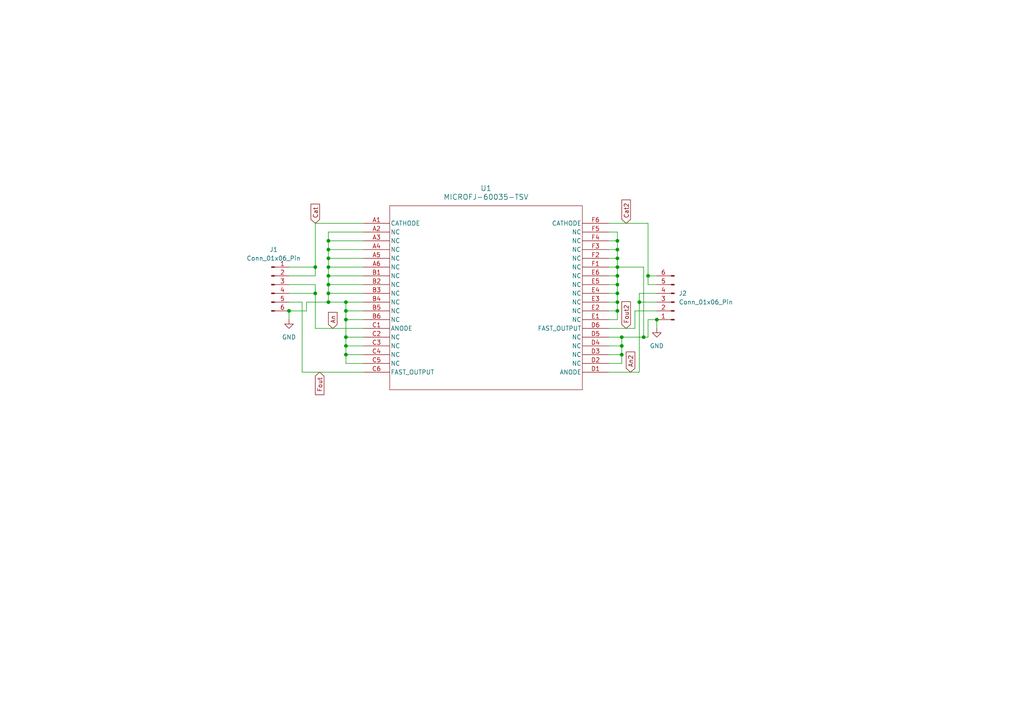
<source format=kicad_sch>
(kicad_sch (version 20230121) (generator eeschema)

  (uuid deec3aaa-df9f-4833-8f44-75293a6cc890)

  (paper "A4")

  (lib_symbols
    (symbol "0A_SiPM:MICROFJ-60035-TSV" (pin_names (offset 0.254)) (in_bom yes) (on_board yes)
      (property "Reference" "U1" (at 35.56 10.16 0)
        (effects (font (size 1.524 1.524)))
      )
      (property "Value" "MICROFJ-60035-TSV" (at 35.56 7.62 0)
        (effects (font (size 1.524 1.524)))
      )
      (property "Footprint" "0A_SiPM:MICROFJ-60035-TSV_ONS" (at 0 0 0)
        (effects (font (size 1.27 1.27) italic) hide)
      )
      (property "Datasheet" "MICROFJ-60035-TSV" (at 0 0 0)
        (effects (font (size 1.27 1.27) italic) hide)
      )
      (property "ki_keywords" "MICROFJ-60035-TSV" (at 0 0 0)
        (effects (font (size 1.27 1.27)) hide)
      )
      (property "ki_fp_filters" "MICROFJ-60035-TSV_ONS MICROFJ-60035-TSV_ONS-M MICROFJ-60035-TSV_ONS-L" (at 0 0 0)
        (effects (font (size 1.27 1.27)) hide)
      )
      (symbol "MICROFJ-60035-TSV_0_1"
        (polyline
          (pts
            (xy 7.62 -48.26)
            (xy 63.5 -48.26)
          )
          (stroke (width 0.127) (type default))
          (fill (type none))
        )
        (polyline
          (pts
            (xy 7.62 5.08)
            (xy 7.62 -48.26)
          )
          (stroke (width 0.127) (type default))
          (fill (type none))
        )
        (polyline
          (pts
            (xy 63.5 -48.26)
            (xy 63.5 5.08)
          )
          (stroke (width 0.127) (type default))
          (fill (type none))
        )
        (polyline
          (pts
            (xy 63.5 5.08)
            (xy 7.62 5.08)
          )
          (stroke (width 0.127) (type default))
          (fill (type none))
        )
        (pin output line (at 0 0 0) (length 7.62)
          (name "CATHODE" (effects (font (size 1.27 1.27))))
          (number "A1" (effects (font (size 1.27 1.27))))
        )
        (pin input line (at 0 -30.48 0) (length 7.62)
          (name "ANODE" (effects (font (size 1.27 1.27))))
          (number "C1" (effects (font (size 1.27 1.27))))
        )
        (pin output line (at 0 -43.18 0) (length 7.62)
          (name "FAST_OUTPUT" (effects (font (size 1.27 1.27))))
          (number "C6" (effects (font (size 1.27 1.27))))
        )
        (pin input line (at 71.12 -43.18 180) (length 7.62)
          (name "ANODE" (effects (font (size 1.27 1.27))))
          (number "D1" (effects (font (size 1.27 1.27))))
        )
        (pin output line (at 71.12 -30.48 180) (length 7.62)
          (name "FAST_OUTPUT" (effects (font (size 1.27 1.27))))
          (number "D6" (effects (font (size 1.27 1.27))))
        )
        (pin output line (at 71.12 0 180) (length 7.62)
          (name "CATHODE" (effects (font (size 1.27 1.27))))
          (number "F6" (effects (font (size 1.27 1.27))))
        )
      )
      (symbol "MICROFJ-60035-TSV_1_1"
        (pin bidirectional line (at 0 -2.54 0) (length 7.62)
          (name "NC" (effects (font (size 1.27 1.27))))
          (number "A2" (effects (font (size 1.27 1.27))))
        )
        (pin bidirectional line (at 0 -5.08 0) (length 7.62)
          (name "NC" (effects (font (size 1.27 1.27))))
          (number "A3" (effects (font (size 1.27 1.27))))
        )
        (pin bidirectional line (at 0 -7.62 0) (length 7.62)
          (name "NC" (effects (font (size 1.27 1.27))))
          (number "A4" (effects (font (size 1.27 1.27))))
        )
        (pin bidirectional line (at 0 -10.16 0) (length 7.62)
          (name "NC" (effects (font (size 1.27 1.27))))
          (number "A5" (effects (font (size 1.27 1.27))))
        )
        (pin bidirectional line (at 0 -12.7 0) (length 7.62)
          (name "NC" (effects (font (size 1.27 1.27))))
          (number "A6" (effects (font (size 1.27 1.27))))
        )
        (pin bidirectional line (at 0 -15.24 0) (length 7.62)
          (name "NC" (effects (font (size 1.27 1.27))))
          (number "B1" (effects (font (size 1.27 1.27))))
        )
        (pin bidirectional line (at 0 -17.78 0) (length 7.62)
          (name "NC" (effects (font (size 1.27 1.27))))
          (number "B2" (effects (font (size 1.27 1.27))))
        )
        (pin bidirectional line (at 0 -20.32 0) (length 7.62)
          (name "NC" (effects (font (size 1.27 1.27))))
          (number "B3" (effects (font (size 1.27 1.27))))
        )
        (pin bidirectional line (at 0 -22.86 0) (length 7.62)
          (name "NC" (effects (font (size 1.27 1.27))))
          (number "B4" (effects (font (size 1.27 1.27))))
        )
        (pin bidirectional line (at 0 -25.4 0) (length 7.62)
          (name "NC" (effects (font (size 1.27 1.27))))
          (number "B5" (effects (font (size 1.27 1.27))))
        )
        (pin bidirectional line (at 0 -27.94 0) (length 7.62)
          (name "NC" (effects (font (size 1.27 1.27))))
          (number "B6" (effects (font (size 1.27 1.27))))
        )
        (pin bidirectional line (at 0 -33.02 0) (length 7.62)
          (name "NC" (effects (font (size 1.27 1.27))))
          (number "C2" (effects (font (size 1.27 1.27))))
        )
        (pin bidirectional line (at 0 -35.56 0) (length 7.62)
          (name "NC" (effects (font (size 1.27 1.27))))
          (number "C3" (effects (font (size 1.27 1.27))))
        )
        (pin bidirectional line (at 0 -38.1 0) (length 7.62)
          (name "NC" (effects (font (size 1.27 1.27))))
          (number "C4" (effects (font (size 1.27 1.27))))
        )
        (pin bidirectional line (at 0 -40.64 0) (length 7.62)
          (name "NC" (effects (font (size 1.27 1.27))))
          (number "C5" (effects (font (size 1.27 1.27))))
        )
        (pin bidirectional line (at 71.12 -40.64 180) (length 7.62)
          (name "NC" (effects (font (size 1.27 1.27))))
          (number "D2" (effects (font (size 1.27 1.27))))
        )
        (pin bidirectional line (at 71.12 -38.1 180) (length 7.62)
          (name "NC" (effects (font (size 1.27 1.27))))
          (number "D3" (effects (font (size 1.27 1.27))))
        )
        (pin bidirectional line (at 71.12 -35.56 180) (length 7.62)
          (name "NC" (effects (font (size 1.27 1.27))))
          (number "D4" (effects (font (size 1.27 1.27))))
        )
        (pin bidirectional line (at 71.12 -33.02 180) (length 7.62)
          (name "NC" (effects (font (size 1.27 1.27))))
          (number "D5" (effects (font (size 1.27 1.27))))
        )
        (pin bidirectional line (at 71.12 -27.94 180) (length 7.62)
          (name "NC" (effects (font (size 1.27 1.27))))
          (number "E1" (effects (font (size 1.27 1.27))))
        )
        (pin bidirectional line (at 71.12 -25.4 180) (length 7.62)
          (name "NC" (effects (font (size 1.27 1.27))))
          (number "E2" (effects (font (size 1.27 1.27))))
        )
        (pin bidirectional line (at 71.12 -22.86 180) (length 7.62)
          (name "NC" (effects (font (size 1.27 1.27))))
          (number "E3" (effects (font (size 1.27 1.27))))
        )
        (pin bidirectional line (at 71.12 -20.32 180) (length 7.62)
          (name "NC" (effects (font (size 1.27 1.27))))
          (number "E4" (effects (font (size 1.27 1.27))))
        )
        (pin bidirectional line (at 71.12 -17.78 180) (length 7.62)
          (name "NC" (effects (font (size 1.27 1.27))))
          (number "E5" (effects (font (size 1.27 1.27))))
        )
        (pin bidirectional line (at 71.12 -15.24 180) (length 7.62)
          (name "NC" (effects (font (size 1.27 1.27))))
          (number "E6" (effects (font (size 1.27 1.27))))
        )
        (pin bidirectional line (at 71.12 -12.7 180) (length 7.62)
          (name "NC" (effects (font (size 1.27 1.27))))
          (number "F1" (effects (font (size 1.27 1.27))))
        )
        (pin bidirectional line (at 71.12 -10.16 180) (length 7.62)
          (name "NC" (effects (font (size 1.27 1.27))))
          (number "F2" (effects (font (size 1.27 1.27))))
        )
        (pin bidirectional line (at 71.12 -7.62 180) (length 7.62)
          (name "NC" (effects (font (size 1.27 1.27))))
          (number "F3" (effects (font (size 1.27 1.27))))
        )
        (pin bidirectional line (at 71.12 -5.08 180) (length 7.62)
          (name "NC" (effects (font (size 1.27 1.27))))
          (number "F4" (effects (font (size 1.27 1.27))))
        )
        (pin bidirectional line (at 71.12 -2.54 180) (length 7.62)
          (name "NC" (effects (font (size 1.27 1.27))))
          (number "F5" (effects (font (size 1.27 1.27))))
        )
      )
    )
    (symbol "Connector:Conn_01x06_Pin" (pin_names (offset 1.016) hide) (in_bom yes) (on_board yes)
      (property "Reference" "J" (at 0 7.62 0)
        (effects (font (size 1.27 1.27)))
      )
      (property "Value" "Conn_01x06_Pin" (at 0 -10.16 0)
        (effects (font (size 1.27 1.27)))
      )
      (property "Footprint" "" (at 0 0 0)
        (effects (font (size 1.27 1.27)) hide)
      )
      (property "Datasheet" "~" (at 0 0 0)
        (effects (font (size 1.27 1.27)) hide)
      )
      (property "ki_locked" "" (at 0 0 0)
        (effects (font (size 1.27 1.27)))
      )
      (property "ki_keywords" "connector" (at 0 0 0)
        (effects (font (size 1.27 1.27)) hide)
      )
      (property "ki_description" "Generic connector, single row, 01x06, script generated" (at 0 0 0)
        (effects (font (size 1.27 1.27)) hide)
      )
      (property "ki_fp_filters" "Connector*:*_1x??_*" (at 0 0 0)
        (effects (font (size 1.27 1.27)) hide)
      )
      (symbol "Conn_01x06_Pin_1_1"
        (polyline
          (pts
            (xy 1.27 -7.62)
            (xy 0.8636 -7.62)
          )
          (stroke (width 0.1524) (type default))
          (fill (type none))
        )
        (polyline
          (pts
            (xy 1.27 -5.08)
            (xy 0.8636 -5.08)
          )
          (stroke (width 0.1524) (type default))
          (fill (type none))
        )
        (polyline
          (pts
            (xy 1.27 -2.54)
            (xy 0.8636 -2.54)
          )
          (stroke (width 0.1524) (type default))
          (fill (type none))
        )
        (polyline
          (pts
            (xy 1.27 0)
            (xy 0.8636 0)
          )
          (stroke (width 0.1524) (type default))
          (fill (type none))
        )
        (polyline
          (pts
            (xy 1.27 2.54)
            (xy 0.8636 2.54)
          )
          (stroke (width 0.1524) (type default))
          (fill (type none))
        )
        (polyline
          (pts
            (xy 1.27 5.08)
            (xy 0.8636 5.08)
          )
          (stroke (width 0.1524) (type default))
          (fill (type none))
        )
        (rectangle (start 0.8636 -7.493) (end 0 -7.747)
          (stroke (width 0.1524) (type default))
          (fill (type outline))
        )
        (rectangle (start 0.8636 -4.953) (end 0 -5.207)
          (stroke (width 0.1524) (type default))
          (fill (type outline))
        )
        (rectangle (start 0.8636 -2.413) (end 0 -2.667)
          (stroke (width 0.1524) (type default))
          (fill (type outline))
        )
        (rectangle (start 0.8636 0.127) (end 0 -0.127)
          (stroke (width 0.1524) (type default))
          (fill (type outline))
        )
        (rectangle (start 0.8636 2.667) (end 0 2.413)
          (stroke (width 0.1524) (type default))
          (fill (type outline))
        )
        (rectangle (start 0.8636 5.207) (end 0 4.953)
          (stroke (width 0.1524) (type default))
          (fill (type outline))
        )
        (pin passive line (at 5.08 5.08 180) (length 3.81)
          (name "Pin_1" (effects (font (size 1.27 1.27))))
          (number "1" (effects (font (size 1.27 1.27))))
        )
        (pin passive line (at 5.08 2.54 180) (length 3.81)
          (name "Pin_2" (effects (font (size 1.27 1.27))))
          (number "2" (effects (font (size 1.27 1.27))))
        )
        (pin passive line (at 5.08 0 180) (length 3.81)
          (name "Pin_3" (effects (font (size 1.27 1.27))))
          (number "3" (effects (font (size 1.27 1.27))))
        )
        (pin passive line (at 5.08 -2.54 180) (length 3.81)
          (name "Pin_4" (effects (font (size 1.27 1.27))))
          (number "4" (effects (font (size 1.27 1.27))))
        )
        (pin passive line (at 5.08 -5.08 180) (length 3.81)
          (name "Pin_5" (effects (font (size 1.27 1.27))))
          (number "5" (effects (font (size 1.27 1.27))))
        )
        (pin passive line (at 5.08 -7.62 180) (length 3.81)
          (name "Pin_6" (effects (font (size 1.27 1.27))))
          (number "6" (effects (font (size 1.27 1.27))))
        )
      )
    )
    (symbol "power:GND" (power) (pin_names (offset 0)) (in_bom yes) (on_board yes)
      (property "Reference" "#PWR" (at 0 -6.35 0)
        (effects (font (size 1.27 1.27)) hide)
      )
      (property "Value" "GND" (at 0 -3.81 0)
        (effects (font (size 1.27 1.27)))
      )
      (property "Footprint" "" (at 0 0 0)
        (effects (font (size 1.27 1.27)) hide)
      )
      (property "Datasheet" "" (at 0 0 0)
        (effects (font (size 1.27 1.27)) hide)
      )
      (property "ki_keywords" "global power" (at 0 0 0)
        (effects (font (size 1.27 1.27)) hide)
      )
      (property "ki_description" "Power symbol creates a global label with name \"GND\" , ground" (at 0 0 0)
        (effects (font (size 1.27 1.27)) hide)
      )
      (symbol "GND_0_1"
        (polyline
          (pts
            (xy 0 0)
            (xy 0 -1.27)
            (xy 1.27 -1.27)
            (xy 0 -2.54)
            (xy -1.27 -1.27)
            (xy 0 -1.27)
          )
          (stroke (width 0) (type default))
          (fill (type none))
        )
      )
      (symbol "GND_1_1"
        (pin power_in line (at 0 0 270) (length 0) hide
          (name "GND" (effects (font (size 1.27 1.27))))
          (number "1" (effects (font (size 1.27 1.27))))
        )
      )
    )
  )

  (junction (at 91.44 85.09) (diameter 0) (color 0 0 0 0)
    (uuid 0a636214-12c0-4c9f-bef7-608c3f68fbde)
  )
  (junction (at 100.33 90.17) (diameter 0) (color 0 0 0 0)
    (uuid 0f0aa669-a36b-45d5-ab49-dfb9dd9ec616)
  )
  (junction (at 187.96 80.01) (diameter 0) (color 0 0 0 0)
    (uuid 1617db27-725b-47ae-b349-cfb27c0cc023)
  )
  (junction (at 179.07 85.09) (diameter 0) (color 0 0 0 0)
    (uuid 1da1c9f0-6199-4200-8725-f3ff35c9885c)
  )
  (junction (at 95.25 85.09) (diameter 0) (color 0 0 0 0)
    (uuid 1ff97d31-68c8-4f8e-8a31-30aeef9f430b)
  )
  (junction (at 186.69 97.79) (diameter 0) (color 0 0 0 0)
    (uuid 25df8d7a-7192-4350-bf00-360ecb1e6040)
  )
  (junction (at 95.25 87.63) (diameter 0) (color 0 0 0 0)
    (uuid 2cf8bab5-aa61-4b78-826c-f892473a6176)
  )
  (junction (at 95.25 72.39) (diameter 0) (color 0 0 0 0)
    (uuid 2d693d05-63b5-4c58-8377-80db5a4c6899)
  )
  (junction (at 180.34 100.33) (diameter 0) (color 0 0 0 0)
    (uuid 35d5cf21-224d-4274-bbd0-e51735680c2f)
  )
  (junction (at 179.07 80.01) (diameter 0) (color 0 0 0 0)
    (uuid 3bbc1a31-a55b-49d8-a4d3-f53f684b8c04)
  )
  (junction (at 100.33 102.87) (diameter 0) (color 0 0 0 0)
    (uuid 3f926bfe-d042-407a-8674-f92be311393d)
  )
  (junction (at 100.33 87.63) (diameter 0) (color 0 0 0 0)
    (uuid 410898e5-91a7-40e9-9509-fc4966966e41)
  )
  (junction (at 190.5 92.71) (diameter 0) (color 0 0 0 0)
    (uuid 45369ae5-c4db-49bf-b1df-fbb5c61f99a9)
  )
  (junction (at 100.33 100.33) (diameter 0) (color 0 0 0 0)
    (uuid 4f1c00da-2cb2-4dd6-a85f-9e3f77883abe)
  )
  (junction (at 95.25 69.85) (diameter 0) (color 0 0 0 0)
    (uuid 517c1cbd-2ba5-4ae5-b3ea-6047f1f2aa49)
  )
  (junction (at 83.82 90.17) (diameter 0) (color 0 0 0 0)
    (uuid 5ea510de-ed98-496a-84b5-5c3e008a1706)
  )
  (junction (at 180.34 102.87) (diameter 0) (color 0 0 0 0)
    (uuid 608c34f4-ec4c-4720-9cbe-3a9fbf92019c)
  )
  (junction (at 179.07 82.55) (diameter 0) (color 0 0 0 0)
    (uuid 67098f03-5ca4-482a-b436-8916e1c0ffbd)
  )
  (junction (at 179.07 77.47) (diameter 0) (color 0 0 0 0)
    (uuid 6b043cc1-28b2-4035-a491-a6417d94bded)
  )
  (junction (at 185.42 87.63) (diameter 0) (color 0 0 0 0)
    (uuid 6ff3f900-20de-4227-81c1-1701f439f4ea)
  )
  (junction (at 91.44 77.47) (diameter 0) (color 0 0 0 0)
    (uuid 84c14283-fbe4-41f3-9c58-cd7b7ce7d57b)
  )
  (junction (at 179.07 74.93) (diameter 0) (color 0 0 0 0)
    (uuid 8e036229-811f-4f6a-9b8d-a2edd6e64a60)
  )
  (junction (at 95.25 82.55) (diameter 0) (color 0 0 0 0)
    (uuid 93ef3131-c2cc-4b71-9846-77de4266d031)
  )
  (junction (at 95.25 80.01) (diameter 0) (color 0 0 0 0)
    (uuid 976ca5b0-7393-4813-a122-2e8253793904)
  )
  (junction (at 100.33 97.79) (diameter 0) (color 0 0 0 0)
    (uuid a512262e-d15a-4e3b-8afc-c05c183227b1)
  )
  (junction (at 179.07 72.39) (diameter 0) (color 0 0 0 0)
    (uuid aca4ec6e-bc59-40a8-a963-90fc0a585156)
  )
  (junction (at 95.25 77.47) (diameter 0) (color 0 0 0 0)
    (uuid b1719226-192f-42c4-a02a-999b25e3b7e7)
  )
  (junction (at 100.33 92.71) (diameter 0) (color 0 0 0 0)
    (uuid b6521753-0db9-46b4-acdb-82de82204085)
  )
  (junction (at 95.25 74.93) (diameter 0) (color 0 0 0 0)
    (uuid c16488d4-b345-4cbd-a57c-3868b21ff60d)
  )
  (junction (at 179.07 69.85) (diameter 0) (color 0 0 0 0)
    (uuid c4330ac6-6c69-4910-97cc-d7275a58036b)
  )
  (junction (at 180.34 97.79) (diameter 0) (color 0 0 0 0)
    (uuid e00809db-c676-4ce6-8883-74a2871ca3da)
  )
  (junction (at 179.07 87.63) (diameter 0) (color 0 0 0 0)
    (uuid edf0fc85-5a34-441f-9a15-49c074b06e37)
  )
  (junction (at 179.07 90.17) (diameter 0) (color 0 0 0 0)
    (uuid f9a8b3f4-a8ba-4532-ba1b-4d04c85af889)
  )

  (wire (pts (xy 100.33 105.41) (xy 100.33 102.87))
    (stroke (width 0) (type default))
    (uuid 11e35d9a-eae4-427b-b532-70707ebb9acc)
  )
  (wire (pts (xy 91.44 64.77) (xy 91.44 77.47))
    (stroke (width 0) (type default))
    (uuid 132f6f17-e978-42f3-afa7-06a3ab268713)
  )
  (wire (pts (xy 105.41 90.17) (xy 100.33 90.17))
    (stroke (width 0) (type default))
    (uuid 1bc46673-969a-42dc-aa13-99d799f4f941)
  )
  (wire (pts (xy 176.53 107.95) (xy 185.42 107.95))
    (stroke (width 0) (type default))
    (uuid 1f8ee3ee-9546-4cc2-8438-83171355155d)
  )
  (wire (pts (xy 95.25 87.63) (xy 88.9 87.63))
    (stroke (width 0) (type default))
    (uuid 1fdfd45b-99cc-41d4-94fb-caeb77682c96)
  )
  (wire (pts (xy 179.07 74.93) (xy 179.07 77.47))
    (stroke (width 0) (type default))
    (uuid 20398066-6256-4b2b-89b5-8bebfe34b105)
  )
  (wire (pts (xy 180.34 102.87) (xy 180.34 100.33))
    (stroke (width 0) (type default))
    (uuid 208727be-98b1-444a-832b-54053140a526)
  )
  (wire (pts (xy 95.25 80.01) (xy 95.25 82.55))
    (stroke (width 0) (type default))
    (uuid 21b8233f-88dc-4389-8efc-a02728a81473)
  )
  (wire (pts (xy 105.41 67.31) (xy 95.25 67.31))
    (stroke (width 0) (type default))
    (uuid 2368a8ca-39c6-49b6-bcd3-68ba55f9475b)
  )
  (wire (pts (xy 100.33 102.87) (xy 100.33 100.33))
    (stroke (width 0) (type default))
    (uuid 27238f8c-2bd5-48e2-a25c-6036e5300b73)
  )
  (wire (pts (xy 187.96 82.55) (xy 187.96 80.01))
    (stroke (width 0) (type default))
    (uuid 279125f0-b3a9-4020-91a8-f40f92cf05e7)
  )
  (wire (pts (xy 176.53 100.33) (xy 180.34 100.33))
    (stroke (width 0) (type default))
    (uuid 2799dc10-1696-42ce-b054-ee125be6c6ac)
  )
  (wire (pts (xy 95.25 69.85) (xy 105.41 69.85))
    (stroke (width 0) (type default))
    (uuid 2ad55be9-912d-44ee-a7f8-b86fd39a4200)
  )
  (wire (pts (xy 95.25 74.93) (xy 105.41 74.93))
    (stroke (width 0) (type default))
    (uuid 30f72701-4d49-458c-b608-0ae389a86439)
  )
  (wire (pts (xy 100.33 92.71) (xy 100.33 90.17))
    (stroke (width 0) (type default))
    (uuid 34f9a2f1-e560-4b2f-b7c6-eafa40370b7f)
  )
  (wire (pts (xy 100.33 97.79) (xy 100.33 92.71))
    (stroke (width 0) (type default))
    (uuid 3b955794-2ac7-432a-b370-69c1275d1538)
  )
  (wire (pts (xy 190.5 92.71) (xy 190.5 95.25))
    (stroke (width 0) (type default))
    (uuid 3cfaefc7-7bf3-4784-86ef-b4109a098956)
  )
  (wire (pts (xy 176.53 74.93) (xy 179.07 74.93))
    (stroke (width 0) (type default))
    (uuid 3ee4f53d-40ba-4170-8a9f-f37825f9784d)
  )
  (wire (pts (xy 83.82 82.55) (xy 91.44 82.55))
    (stroke (width 0) (type default))
    (uuid 407c3a3e-6789-47de-a325-e45797425ab4)
  )
  (wire (pts (xy 176.53 67.31) (xy 179.07 67.31))
    (stroke (width 0) (type default))
    (uuid 46765739-fa4e-4158-aa26-668ab2ede04a)
  )
  (wire (pts (xy 83.82 87.63) (xy 87.63 87.63))
    (stroke (width 0) (type default))
    (uuid 4865b93d-c366-4281-a22c-4762eee33cd7)
  )
  (wire (pts (xy 176.53 97.79) (xy 180.34 97.79))
    (stroke (width 0) (type default))
    (uuid 4bf9cf23-ab4d-4997-a9a9-d0e68d3f9334)
  )
  (wire (pts (xy 190.5 90.17) (xy 184.15 90.17))
    (stroke (width 0) (type default))
    (uuid 50314b66-b4f3-454d-931e-830df1b44e3b)
  )
  (wire (pts (xy 185.42 107.95) (xy 185.42 87.63))
    (stroke (width 0) (type default))
    (uuid 5237b8e5-a403-4779-a341-34b33f1f8365)
  )
  (wire (pts (xy 91.44 77.47) (xy 83.82 77.47))
    (stroke (width 0) (type default))
    (uuid 5694f744-5ec6-4e4a-8d9c-688dd4617807)
  )
  (wire (pts (xy 95.25 67.31) (xy 95.25 69.85))
    (stroke (width 0) (type default))
    (uuid 56cad336-fcdf-4e9d-bf55-ca4cb1f7c345)
  )
  (wire (pts (xy 105.41 87.63) (xy 100.33 87.63))
    (stroke (width 0) (type default))
    (uuid 57a49643-b0af-42b5-b16b-6d3505cf268c)
  )
  (wire (pts (xy 95.25 82.55) (xy 95.25 85.09))
    (stroke (width 0) (type default))
    (uuid 597f5fae-64da-4e11-b3ad-e752313b3f50)
  )
  (wire (pts (xy 185.42 87.63) (xy 190.5 87.63))
    (stroke (width 0) (type default))
    (uuid 59f0138b-8c14-48a7-93af-65c81c5086e0)
  )
  (wire (pts (xy 176.53 77.47) (xy 179.07 77.47))
    (stroke (width 0) (type default))
    (uuid 5d5e3488-2dee-4f55-9e84-fe7e654d826e)
  )
  (wire (pts (xy 83.82 90.17) (xy 83.82 92.71))
    (stroke (width 0) (type default))
    (uuid 60adcb78-ca90-46d2-97cb-c8aab75be9e4)
  )
  (wire (pts (xy 95.25 77.47) (xy 105.41 77.47))
    (stroke (width 0) (type default))
    (uuid 621133b5-aec8-409e-8e68-a9929af3bcc4)
  )
  (wire (pts (xy 180.34 97.79) (xy 186.69 97.79))
    (stroke (width 0) (type default))
    (uuid 677955a4-1159-4a20-90f7-490e402d8790)
  )
  (wire (pts (xy 105.41 80.01) (xy 95.25 80.01))
    (stroke (width 0) (type default))
    (uuid 68502691-855c-49ae-8b9c-d49c84f1b8a3)
  )
  (wire (pts (xy 91.44 95.25) (xy 91.44 85.09))
    (stroke (width 0) (type default))
    (uuid 6bb1a67f-4056-406e-9562-9131a133cd8d)
  )
  (wire (pts (xy 95.25 69.85) (xy 95.25 72.39))
    (stroke (width 0) (type default))
    (uuid 6c256610-b637-4f3c-9382-96a0e111dc10)
  )
  (wire (pts (xy 100.33 90.17) (xy 100.33 87.63))
    (stroke (width 0) (type default))
    (uuid 701d0186-9928-4bea-b100-2536f85d04ed)
  )
  (wire (pts (xy 83.82 80.01) (xy 91.44 80.01))
    (stroke (width 0) (type default))
    (uuid 7161dc1f-fcd6-4c72-bf31-2b972425b10b)
  )
  (wire (pts (xy 95.25 82.55) (xy 105.41 82.55))
    (stroke (width 0) (type default))
    (uuid 7264dd1b-1cad-4a74-9015-7fd7a8c58ff8)
  )
  (wire (pts (xy 105.41 105.41) (xy 100.33 105.41))
    (stroke (width 0) (type default))
    (uuid 73483c87-2d84-4d7b-a7b4-3eabfb14c21a)
  )
  (wire (pts (xy 176.53 105.41) (xy 180.34 105.41))
    (stroke (width 0) (type default))
    (uuid 73627d18-4971-4ae5-b298-cf049dc7768e)
  )
  (wire (pts (xy 179.07 77.47) (xy 186.69 77.47))
    (stroke (width 0) (type default))
    (uuid 777fc101-2aad-4cb1-aebd-c4f536a831e2)
  )
  (wire (pts (xy 176.53 92.71) (xy 179.07 92.71))
    (stroke (width 0) (type default))
    (uuid 7c2f66fa-6d11-4dbd-981f-3c5ca43ed751)
  )
  (wire (pts (xy 176.53 95.25) (xy 184.15 95.25))
    (stroke (width 0) (type default))
    (uuid 7e3f9d49-60b6-42db-84ea-ff41c3cfb58b)
  )
  (wire (pts (xy 95.25 72.39) (xy 95.25 74.93))
    (stroke (width 0) (type default))
    (uuid 7fdd61fb-cdf7-4bf8-9e5c-c2e04945c6c3)
  )
  (wire (pts (xy 91.44 80.01) (xy 91.44 77.47))
    (stroke (width 0) (type default))
    (uuid 815da702-c567-4583-8eaa-db8bc9835ab0)
  )
  (wire (pts (xy 186.69 77.47) (xy 186.69 97.79))
    (stroke (width 0) (type default))
    (uuid 820f7b1b-989a-4b05-ac20-b3ed3665b871)
  )
  (wire (pts (xy 100.33 87.63) (xy 95.25 87.63))
    (stroke (width 0) (type default))
    (uuid 82f78441-0dc9-48db-8d43-a4ece0928447)
  )
  (wire (pts (xy 186.69 97.79) (xy 187.96 97.79))
    (stroke (width 0) (type default))
    (uuid 842607be-187b-404f-8b01-42f41408d905)
  )
  (wire (pts (xy 105.41 92.71) (xy 100.33 92.71))
    (stroke (width 0) (type default))
    (uuid 8e2ab6e5-2996-49c4-b4b3-5b00cfa3b530)
  )
  (wire (pts (xy 179.07 69.85) (xy 179.07 72.39))
    (stroke (width 0) (type default))
    (uuid 9160b35e-f56f-4bbe-b4e2-0b7908179915)
  )
  (wire (pts (xy 179.07 80.01) (xy 179.07 77.47))
    (stroke (width 0) (type default))
    (uuid 93bb753a-9a02-4713-a4d8-c5ab44a98aa9)
  )
  (wire (pts (xy 91.44 85.09) (xy 83.82 85.09))
    (stroke (width 0) (type default))
    (uuid 95cb01d6-ed21-4183-8681-6d1dc13ca842)
  )
  (wire (pts (xy 187.96 64.77) (xy 187.96 80.01))
    (stroke (width 0) (type default))
    (uuid 9649c213-8bd1-40ef-b689-31b1e2b72124)
  )
  (wire (pts (xy 105.41 64.77) (xy 91.44 64.77))
    (stroke (width 0) (type default))
    (uuid 97f00446-2e2a-4380-af04-14876095b2fc)
  )
  (wire (pts (xy 179.07 87.63) (xy 179.07 85.09))
    (stroke (width 0) (type default))
    (uuid 9ba5eb85-5e61-405c-957b-d7a2d32a71c3)
  )
  (wire (pts (xy 179.07 82.55) (xy 179.07 80.01))
    (stroke (width 0) (type default))
    (uuid 9e71be3f-4fe7-4627-9809-cca0db302188)
  )
  (wire (pts (xy 105.41 100.33) (xy 100.33 100.33))
    (stroke (width 0) (type default))
    (uuid a146c6f7-631c-48bd-a28a-baf9688372f5)
  )
  (wire (pts (xy 185.42 87.63) (xy 185.42 85.09))
    (stroke (width 0) (type default))
    (uuid a837be09-622a-474c-8e7f-6f0ae3a583f7)
  )
  (wire (pts (xy 184.15 90.17) (xy 184.15 95.25))
    (stroke (width 0) (type default))
    (uuid aca432e3-d137-4b73-86da-38e6bfb80497)
  )
  (wire (pts (xy 180.34 100.33) (xy 180.34 97.79))
    (stroke (width 0) (type default))
    (uuid b2432a39-4cea-4a73-96b9-81070d10fdff)
  )
  (wire (pts (xy 179.07 85.09) (xy 179.07 82.55))
    (stroke (width 0) (type default))
    (uuid b35f2f05-b791-4f75-9ef5-15428eaabf91)
  )
  (wire (pts (xy 179.07 90.17) (xy 179.07 87.63))
    (stroke (width 0) (type default))
    (uuid bae83482-7acf-45dc-82ff-9ea2fbffe891)
  )
  (wire (pts (xy 176.53 90.17) (xy 179.07 90.17))
    (stroke (width 0) (type default))
    (uuid be95a40f-9f8b-4a97-a992-5bb540c7085e)
  )
  (wire (pts (xy 176.53 82.55) (xy 179.07 82.55))
    (stroke (width 0) (type default))
    (uuid c066b48d-f646-47e7-85cb-1c3d27d4165f)
  )
  (wire (pts (xy 88.9 87.63) (xy 88.9 90.17))
    (stroke (width 0) (type default))
    (uuid c36f13e4-5259-4c10-8edc-fd487ceec105)
  )
  (wire (pts (xy 179.07 67.31) (xy 179.07 69.85))
    (stroke (width 0) (type default))
    (uuid c8fc71a4-ef72-4939-8824-2c85b31f4e3c)
  )
  (wire (pts (xy 185.42 85.09) (xy 190.5 85.09))
    (stroke (width 0) (type default))
    (uuid cb86f3a4-e0f2-497b-a601-dcd59dad7520)
  )
  (wire (pts (xy 100.33 100.33) (xy 100.33 97.79))
    (stroke (width 0) (type default))
    (uuid ccefd5c9-3700-48a7-829b-810c3a27a101)
  )
  (wire (pts (xy 176.53 87.63) (xy 179.07 87.63))
    (stroke (width 0) (type default))
    (uuid ce03341d-94de-40df-92ea-b0bedb19d12e)
  )
  (wire (pts (xy 176.53 64.77) (xy 187.96 64.77))
    (stroke (width 0) (type default))
    (uuid ce9e7567-0015-460a-98a4-c6bc21e16328)
  )
  (wire (pts (xy 105.41 102.87) (xy 100.33 102.87))
    (stroke (width 0) (type default))
    (uuid d24e89cf-cbfe-4966-9f1c-c2a50a3ecede)
  )
  (wire (pts (xy 105.41 95.25) (xy 91.44 95.25))
    (stroke (width 0) (type default))
    (uuid d259c54e-978d-435d-86be-7330eb6f7185)
  )
  (wire (pts (xy 179.07 72.39) (xy 179.07 74.93))
    (stroke (width 0) (type default))
    (uuid dbe729bb-d3ea-406b-a430-5abc3301d6b6)
  )
  (wire (pts (xy 180.34 105.41) (xy 180.34 102.87))
    (stroke (width 0) (type default))
    (uuid dc0ff7e1-8265-48c5-ab3a-a27dec694fde)
  )
  (wire (pts (xy 88.9 90.17) (xy 83.82 90.17))
    (stroke (width 0) (type default))
    (uuid dc8f8b39-ac6c-4b0c-ab81-4c394d4954d1)
  )
  (wire (pts (xy 187.96 97.79) (xy 187.96 92.71))
    (stroke (width 0) (type default))
    (uuid debe902d-f9f9-4f93-a6f1-8a2b6648ca3f)
  )
  (wire (pts (xy 95.25 85.09) (xy 95.25 87.63))
    (stroke (width 0) (type default))
    (uuid e03b21c9-6c57-4ea9-82a1-d4fd56a310ce)
  )
  (wire (pts (xy 91.44 82.55) (xy 91.44 85.09))
    (stroke (width 0) (type default))
    (uuid e0c68035-277a-4a52-bd0b-d84af7111902)
  )
  (wire (pts (xy 187.96 92.71) (xy 190.5 92.71))
    (stroke (width 0) (type default))
    (uuid e14b8584-f497-49aa-99e8-c7df703906b2)
  )
  (wire (pts (xy 105.41 97.79) (xy 100.33 97.79))
    (stroke (width 0) (type default))
    (uuid e3c6a44f-18f1-4575-9904-753cbb331f29)
  )
  (wire (pts (xy 95.25 74.93) (xy 95.25 77.47))
    (stroke (width 0) (type default))
    (uuid e80dc8d9-0954-4675-896e-95013eb6a557)
  )
  (wire (pts (xy 179.07 92.71) (xy 179.07 90.17))
    (stroke (width 0) (type default))
    (uuid e8310792-37ad-4a4e-bb49-082746917255)
  )
  (wire (pts (xy 176.53 85.09) (xy 179.07 85.09))
    (stroke (width 0) (type default))
    (uuid ebc51c01-cbed-451b-b009-8c1623796556)
  )
  (wire (pts (xy 95.25 85.09) (xy 105.41 85.09))
    (stroke (width 0) (type default))
    (uuid ee3e1a22-438e-4c06-9096-9ae51e760244)
  )
  (wire (pts (xy 176.53 102.87) (xy 180.34 102.87))
    (stroke (width 0) (type default))
    (uuid ee986f34-d8ef-437c-a092-acfda3a33734)
  )
  (wire (pts (xy 176.53 80.01) (xy 179.07 80.01))
    (stroke (width 0) (type default))
    (uuid f20ad697-d612-4b7d-b6b8-66edd32d33c7)
  )
  (wire (pts (xy 176.53 69.85) (xy 179.07 69.85))
    (stroke (width 0) (type default))
    (uuid f5236baf-c608-4f9a-a90d-e9794e997a9d)
  )
  (wire (pts (xy 95.25 77.47) (xy 95.25 80.01))
    (stroke (width 0) (type default))
    (uuid f610b05a-ec85-47fe-89a7-821d7793f353)
  )
  (wire (pts (xy 187.96 80.01) (xy 190.5 80.01))
    (stroke (width 0) (type default))
    (uuid f634d9f7-4fd4-4ca9-a05e-7aa14a0d749a)
  )
  (wire (pts (xy 87.63 87.63) (xy 87.63 107.95))
    (stroke (width 0) (type default))
    (uuid f81405d0-7949-47aa-b8e9-1b8bb028a2b6)
  )
  (wire (pts (xy 95.25 72.39) (xy 105.41 72.39))
    (stroke (width 0) (type default))
    (uuid fa030075-f5b3-4b24-9d8a-843bbc455e6b)
  )
  (wire (pts (xy 176.53 72.39) (xy 179.07 72.39))
    (stroke (width 0) (type default))
    (uuid fb0a1f8e-d69a-4c15-b77f-aa98cc237183)
  )
  (wire (pts (xy 105.41 107.95) (xy 87.63 107.95))
    (stroke (width 0) (type default))
    (uuid fdcd5bad-5e16-43bf-9f19-ff40aa706bae)
  )
  (wire (pts (xy 190.5 82.55) (xy 187.96 82.55))
    (stroke (width 0) (type default))
    (uuid ff06fe86-015c-49f2-8b57-7f086323853f)
  )

  (global_label "Cat2" (shape input) (at 181.61 64.77 90) (fields_autoplaced)
    (effects (font (size 1.27 1.27)) (justify left))
    (uuid 3c2c20d6-4d7e-4ee3-938b-9c113e16f677)
    (property "Intersheetrefs" "${INTERSHEET_REFS}" (at 181.61 57.4306 90)
      (effects (font (size 1.27 1.27)) (justify left) hide)
    )
  )
  (global_label "Fout" (shape input) (at 92.71 107.95 270) (fields_autoplaced)
    (effects (font (size 1.27 1.27)) (justify right))
    (uuid af339d4a-db6e-4554-bb90-47a037c4a49c)
    (property "Intersheetrefs" "${INTERSHEET_REFS}" (at 92.71 115.0475 90)
      (effects (font (size 1.27 1.27)) (justify right) hide)
    )
  )
  (global_label "Cat" (shape input) (at 91.44 64.77 90) (fields_autoplaced)
    (effects (font (size 1.27 1.27)) (justify left))
    (uuid c863f274-b03c-40c7-86e2-7dbd82f0274a)
    (property "Intersheetrefs" "${INTERSHEET_REFS}" (at 91.44 58.6401 90)
      (effects (font (size 1.27 1.27)) (justify left) hide)
    )
  )
  (global_label "An2" (shape input) (at 182.88 107.95 90) (fields_autoplaced)
    (effects (font (size 1.27 1.27)) (justify left))
    (uuid f45f8a65-d926-4b08-b4b0-c703320405a3)
    (property "Intersheetrefs" "${INTERSHEET_REFS}" (at 182.88 101.5177 90)
      (effects (font (size 1.27 1.27)) (justify left) hide)
    )
  )
  (global_label "An" (shape input) (at 96.52 95.25 90) (fields_autoplaced)
    (effects (font (size 1.27 1.27)) (justify left))
    (uuid f7de00ca-6b2c-49d1-b581-fc984c1300e7)
    (property "Intersheetrefs" "${INTERSHEET_REFS}" (at 96.52 90.0272 90)
      (effects (font (size 1.27 1.27)) (justify left) hide)
    )
  )
  (global_label "Fout2" (shape input) (at 181.61 95.25 90) (fields_autoplaced)
    (effects (font (size 1.27 1.27)) (justify left))
    (uuid f9e9c55e-e227-4ee9-8532-f124347d951b)
    (property "Intersheetrefs" "${INTERSHEET_REFS}" (at 181.61 86.943 90)
      (effects (font (size 1.27 1.27)) (justify left) hide)
    )
  )

  (symbol (lib_id "Connector:Conn_01x06_Pin") (at 78.74 82.55 0) (unit 1)
    (in_bom yes) (on_board yes) (dnp no) (fields_autoplaced)
    (uuid 1b8e6c4a-effb-4d0c-a9aa-6f691b241c54)
    (property "Reference" "J1" (at 79.375 72.39 0)
      (effects (font (size 1.27 1.27)))
    )
    (property "Value" "Conn_01x06_Pin" (at 79.375 74.93 0)
      (effects (font (size 1.27 1.27)))
    )
    (property "Footprint" "Connector_PinHeader_2.00mm:PinHeader_1x06_P2.00mm_Vertical" (at 78.74 82.55 0)
      (effects (font (size 1.27 1.27)) hide)
    )
    (property "Datasheet" "~" (at 78.74 82.55 0)
      (effects (font (size 1.27 1.27)) hide)
    )
    (pin "2" (uuid 6050bb72-5fa0-48aa-9c0f-dabc6e9cf21f))
    (pin "6" (uuid 865141b9-c871-4e4b-bf48-00419c272d91))
    (pin "5" (uuid f056c2d0-62dd-4628-9c90-f216c1095f0e))
    (pin "3" (uuid 68b1d71a-3a16-419e-a4b0-aeea57766831))
    (pin "1" (uuid b3f4c020-3d83-4d2f-aeda-bce9a46bca23))
    (pin "4" (uuid 0fe061e0-cd28-490d-8a38-845ceb66d9b8))
    (instances
      (project "Placa_SiPM"
        (path "/deec3aaa-df9f-4833-8f44-75293a6cc890"
          (reference "J1") (unit 1)
        )
      )
    )
  )

  (symbol (lib_id "0A_SiPM:MICROFJ-60035-TSV") (at 105.41 64.77 0) (unit 1)
    (in_bom yes) (on_board yes) (dnp no) (fields_autoplaced)
    (uuid 982080f9-c585-46d6-b1bd-e0bb411713d9)
    (property "Reference" "U1" (at 140.97 54.61 0)
      (effects (font (size 1.524 1.524)))
    )
    (property "Value" "MICROFJ-60035-TSV" (at 140.97 57.15 0)
      (effects (font (size 1.524 1.524)))
    )
    (property "Footprint" "0A_SiPM:MICROFJ-60035-TSV_ONS" (at 105.41 64.77 0)
      (effects (font (size 1.27 1.27) italic) hide)
    )
    (property "Datasheet" "MICROFJ-60035-TSV" (at 105.41 64.77 0)
      (effects (font (size 1.27 1.27) italic) hide)
    )
    (pin "D2" (uuid 56dc39ab-0ea2-48ae-9d14-d1286cbf2057))
    (pin "C3" (uuid d4fae937-725d-4fda-9cc8-1d076b548906))
    (pin "B6" (uuid 13adfa49-5355-4fa4-bff6-70d96601d4e4))
    (pin "C1" (uuid 974efb53-2589-4a5a-8ab3-716a8e25fa75))
    (pin "C4" (uuid b6b12635-2b6d-4697-baa7-25ee8bee5801))
    (pin "C5" (uuid a132c22e-ee10-4aee-9e89-440a94f031de))
    (pin "D1" (uuid 689ea44a-faa8-414f-b3a5-31bb311bbc3d))
    (pin "D4" (uuid 6a2f40fb-4110-470a-ba5f-d6fe66581716))
    (pin "D5" (uuid aafac310-b55d-466c-a5ae-ede1c7785dc4))
    (pin "D3" (uuid 1c69abd9-2181-486c-abdc-10b705cd199f))
    (pin "B4" (uuid d3424583-1919-4f4a-beb8-8d515e67b597))
    (pin "D6" (uuid 658d68af-fe1f-48e5-afcf-02e74b4df28c))
    (pin "E3" (uuid 21c7855e-da48-4209-b5db-5f6ff3772a96))
    (pin "F1" (uuid f9f37f51-f6e4-4369-891a-a31d03816e82))
    (pin "A6" (uuid d0502d06-179b-40e3-82b6-c01ceb4a626b))
    (pin "B3" (uuid f5e3491e-c695-4017-a18a-5c077f618ae6))
    (pin "E6" (uuid 1abd1a65-c378-4e39-922d-4a23e3ef286b))
    (pin "A5" (uuid 527dd75e-b24b-4cdf-814e-c3cd65afeb64))
    (pin "F2" (uuid 61b74932-b940-4c2b-aa76-add36ccb8dca))
    (pin "B1" (uuid 33f24762-792e-472b-91bc-59c31a97ff59))
    (pin "E1" (uuid 843ce933-e86a-4ba3-a513-fa79c521d7e7))
    (pin "C6" (uuid 5e4b47e7-6966-4a5d-9eee-3e864fffdf4f))
    (pin "F4" (uuid 906e2c09-6ca9-45ec-a390-568a6d378d7f))
    (pin "A2" (uuid feadb611-8572-4a54-9aa9-f9d4be11f7cb))
    (pin "C2" (uuid 0f70c6df-1ad6-4b7a-b3f2-f97c338185af))
    (pin "F3" (uuid 4154c1d0-c8a4-43b5-ba81-951c0104140d))
    (pin "A3" (uuid 571b040d-f57e-4e5a-af18-4b6d238a87dc))
    (pin "A4" (uuid ca020fab-2cfb-4c2a-9e0b-b3188cf98f9a))
    (pin "A1" (uuid 1005194d-8334-46f6-b5c7-1723308ad98b))
    (pin "B5" (uuid a88753cf-5ac6-4410-b5d1-fcf29b29491e))
    (pin "E2" (uuid 50431c19-94d0-4dbf-ad05-81d49573c055))
    (pin "E4" (uuid 981591e3-0dec-4629-b84f-18f3dcb9d489))
    (pin "F5" (uuid b9677222-ba29-4ef0-9c3a-c42fa760179c))
    (pin "B2" (uuid 9510f977-1dd8-4a10-999e-98b02a478c1b))
    (pin "E5" (uuid e835eb4e-3bd5-4e1e-a315-37ee01a974e0))
    (pin "F6" (uuid ef0f6ffe-ceaa-4ff6-86e3-f36c5dcd1781))
    (instances
      (project "Placa_SiPM"
        (path "/deec3aaa-df9f-4833-8f44-75293a6cc890"
          (reference "U1") (unit 1)
        )
      )
    )
  )

  (symbol (lib_id "power:GND") (at 190.5 95.25 0) (mirror y) (unit 1)
    (in_bom yes) (on_board yes) (dnp no)
    (uuid e2331890-a9d5-4582-8689-351815481464)
    (property "Reference" "#PWR02" (at 190.5 101.6 0)
      (effects (font (size 1.27 1.27)) hide)
    )
    (property "Value" "GND" (at 190.5 100.33 0)
      (effects (font (size 1.27 1.27)))
    )
    (property "Footprint" "" (at 190.5 95.25 0)
      (effects (font (size 1.27 1.27)) hide)
    )
    (property "Datasheet" "" (at 190.5 95.25 0)
      (effects (font (size 1.27 1.27)) hide)
    )
    (pin "1" (uuid ce04c6e0-ae8d-43cb-bc94-7347f7d94c34))
    (instances
      (project "Placa_SiPM"
        (path "/deec3aaa-df9f-4833-8f44-75293a6cc890"
          (reference "#PWR02") (unit 1)
        )
      )
    )
  )

  (symbol (lib_id "power:GND") (at 83.82 92.71 0) (unit 1)
    (in_bom yes) (on_board yes) (dnp no) (fields_autoplaced)
    (uuid e88e46bb-22aa-461b-a5c4-e7b47e83b21f)
    (property "Reference" "#PWR01" (at 83.82 99.06 0)
      (effects (font (size 1.27 1.27)) hide)
    )
    (property "Value" "GND" (at 83.82 97.79 0)
      (effects (font (size 1.27 1.27)))
    )
    (property "Footprint" "" (at 83.82 92.71 0)
      (effects (font (size 1.27 1.27)) hide)
    )
    (property "Datasheet" "" (at 83.82 92.71 0)
      (effects (font (size 1.27 1.27)) hide)
    )
    (pin "1" (uuid b79220eb-1aa0-4431-8305-b754065287ef))
    (instances
      (project "Placa_SiPM"
        (path "/deec3aaa-df9f-4833-8f44-75293a6cc890"
          (reference "#PWR01") (unit 1)
        )
      )
    )
  )

  (symbol (lib_id "Connector:Conn_01x06_Pin") (at 195.58 87.63 180) (unit 1)
    (in_bom yes) (on_board yes) (dnp no) (fields_autoplaced)
    (uuid fc9b3d0f-de11-46c7-9029-51febf5c2b30)
    (property "Reference" "J2" (at 196.85 85.09 0)
      (effects (font (size 1.27 1.27)) (justify right))
    )
    (property "Value" "Conn_01x06_Pin" (at 196.85 87.63 0)
      (effects (font (size 1.27 1.27)) (justify right))
    )
    (property "Footprint" "Connector_PinHeader_2.00mm:PinHeader_1x06_P2.00mm_Vertical" (at 195.58 87.63 0)
      (effects (font (size 1.27 1.27)) hide)
    )
    (property "Datasheet" "~" (at 195.58 87.63 0)
      (effects (font (size 1.27 1.27)) hide)
    )
    (pin "2" (uuid da8c4949-0d48-492f-9d58-c6bbf64a17f4))
    (pin "6" (uuid 9798015f-f43d-4253-89c5-0e6a7ced4270))
    (pin "5" (uuid 2cc17e8f-eb90-4e9d-94d1-1a38eda1fbdb))
    (pin "3" (uuid 405bd2bf-7178-4aaa-af5d-3d303ac8c860))
    (pin "1" (uuid 2d53283a-170f-4afd-8144-e0d1343b4f77))
    (pin "4" (uuid 1b8fcdd8-4ca8-423b-815d-d999bcfa1bd3))
    (instances
      (project "Placa_SiPM"
        (path "/deec3aaa-df9f-4833-8f44-75293a6cc890"
          (reference "J2") (unit 1)
        )
      )
    )
  )

  (sheet_instances
    (path "/" (page "1"))
  )
)

</source>
